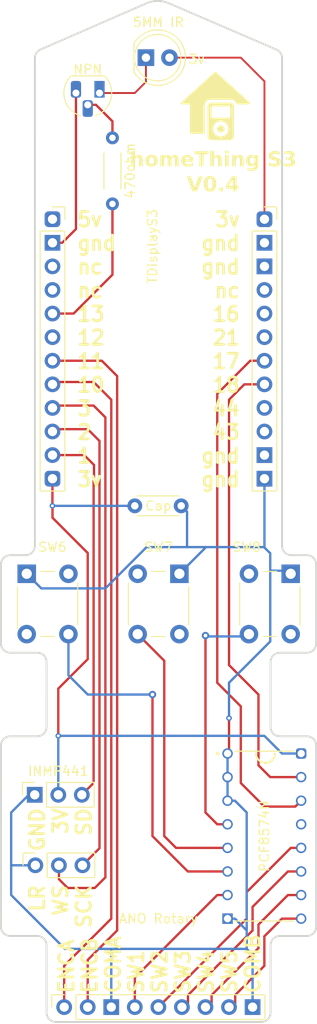
<source format=kicad_pcb>
(kicad_pcb (version 20221018) (generator pcbnew)
  (layers (0 "F.Cu" signal) (31 "B.Cu" signal) (34 "B.Paste" user) (35 "F.Paste" user) (36 "B.SilkS" user "B.Silkscreen") (37 "F.SilkS" user "F.Silkscreen") (38 "B.Mask" user) (39 "F.Mask" user) (44 "Edge.Cuts" user))
  (net 0 "")
  (net 1 "enca")
  (net 2 "ground")
  (net 3 "sw1")
  (net 4 "sw2")
  (net 5 "sw3")
  (net 6 "sw4")
  (net 7 "sw5")
  (net 8 "sw6")
  (net 9 "sw7")
  (net 10 "sw8")
  (net 11 "encb")
  (net 12 "3v")
  (net 13 "ground2")
  (net 14 "ws")
  (net 15 "sck")
  (net 16 "sd")
  (net 17 "irled")
  (net 18 "SDA")
  (net 19 "SCL")
  (net 20 "5v")
  (net 21 "3v2")
  (footprint "Resistor_THT:R_Axial_DIN0204_L3.6mm_D1.6mm_P5.08mm_Horizontal" (layer "F.Cu") (at 205.232 62.992 90)
    (fp_text reference "470ohm")
    (fp_text value "R_Axial_DIN0204_L3.6mm_D1.6mm_P5.08mm_Horizontal" hide)
  )
  (footprint "Connector_PinSocket_2.54mm:PinSocket_1x03_P2.54mm_Vertical" (layer "F.Cu") (at 196.917 135.225 90)
    (fp_text reference "INMP441 2" hide)
    (fp_text value "PinSocket_1x03_P2.54mm_Vertical" hide)
  )
  (footprint "Connector_PinSocket_2.54mm:PinSocket_1x09_P2.54mm_Vertical" (layer "F.Cu") (at 200.025 150.495 90)
    (fp_text reference "ANO Rotary")
    (fp_text value "PinSocket_1x09_P2.54mm_Vertical" hide)
  )
  (footprint "Button_Switch_THT:SW_PUSH_6mm_H9.5mm" (layer "F.Cu") (at 195.98602 110.335004 90)
    (fp_text reference "SW6")
    (fp_text value "SW_PUSH_6mm_H9.5mm" hide)
  )
  (footprint "Package_TO_SOT_THT:TO-92L_HandSolder" (layer "F.Cu") (at 203.835 52.07 180)
    (fp_text reference "NPN")
    (fp_text value "TO-92L_HandSolder" hide)
  )
  (footprint "PCF8574N:DIP794W45P254L1969H508Q16" (layer "F.Cu") (at 221.615 132.08)
    (fp_text reference "PCF8574N")
    (fp_text value "DIP794W45P254L1969H508Q16" hide)
  )
  (footprint "Button_Switch_THT:SW_PUSH_6mm_H9.5mm" (layer "F.Cu") (at 219.954436 110.336007 90)
    (fp_text reference "SW8")
    (fp_text value "SW_PUSH_6mm_H9.5mm" hide)
  )
  (footprint "Capacitor_THT:C_Disc_D4.3mm_W1.9mm_P5.00mm" (layer "F.Cu") (at 207.645 96.52)
    (fp_text reference "Cap")
    (fp_text value "C_Disc_D4.3mm_W1.9mm_P5.00mm" hide)
  )
  (footprint "LED_THT:LED_D5.0mm_Clear" (layer "F.Cu") (at 208.843066 48.26)
    (fp_text reference "5MM IR")
    (fp_text value "LED_D5.0mm_Clear" hide)
  )
  (footprint "Button_Switch_THT:SW_PUSH_6mm_H9.5mm" (layer "F.Cu") (at 207.954436 110.335525 90)
    (fp_text reference "SW7")
    (fp_text value "SW_PUSH_6mm_H9.5mm" hide)
  )
  (footprint "Connector_PinSocket_2.54mm:PinSocket_1x12_P2.54mm_Vertical" (layer "F.Cu") (at 198.765756 65.656891)
    (fp_text reference "TDisplayS3")
    (fp_text value "PinSocket_1x12_P2.54mm_Vertical" hide)
  )
  (footprint "Connector_PinSocket_2.54mm:PinSocket_1x12_P2.54mm_Vertical" (layer "F.Cu") (at 221.625756 65.657409)
    (fp_text reference "REF**" hide)
    (fp_text value "PinSocket_1x12_P2.54mm_Vertical" hide)
  )
  (footprint "Connector_PinSocket_2.54mm:PinSocket_1x03_P2.54mm_Vertical" (layer "F.Cu") (at 196.85 127.635 90)
    (fp_text reference "INMP441")
    (fp_text value "PinSocket_1x03_P2.54mm_Vertical" hide)
  )
  (gr_poly (pts (xy 216.344006 49.787104) (xy 216.34999 49.787499) (xy 216.355955 49.788162) (xy 216.361891 49.789094) (xy 216.367789 49.790294) (xy 216.373639 49.791763) (xy 216.379431 49.793499) (xy 216.385156 49.795504) (xy 216.390804 49.797777) (xy 216.396365 49.800319) (xy 216.40183 49.803129) (xy 216.407189 49.806207) (xy 216.412432 49.809554) (xy 216.41755 49.813169) (xy 216.422533 49.817053) (xy 216.427371 49.821204) (xy 220.031053 53.064267) (xy 220.031052 53.064276) (xy 220.039136 53.072137) (xy 220.046364 53.080361) (xy 220.052751 53.088909) (xy 220.058314 53.09774) (xy 220.063068 53.106814) (xy 220.067027 53.116091) (xy 220.070208 53.125531) (xy 220.072626 53.135093) (xy 220.074296 53.144738) (xy 220.075234 53.154424) (xy 220.075455 53.164112) (xy 220.074975 53.173762) (xy 220.073808 53.183334) (xy 220.071972 53.192786) (xy 220.06948 53.202079) (xy 220.066348 53.211173) (xy 220.062593 53.220028) (xy 220.058228 53.228603) (xy 220.05327 53.236857) (xy 220.047734 53.244752) (xy 220.041636 53.252246) (xy 220.034991 53.2593) (xy 220.027814 53.265872) (xy 220.020121 53.271924) (xy 220.011927 53.277414) (xy 220.003248 53.282303) (xy 219.994099 53.28655) (xy 219.984496 53.290115) (xy 219.974454 53.292957) (xy 219.963988 53.295038) (xy 219.953114 53.296315) (xy 219.941847 53.29675) (xy 218.930868 53.29675) (xy 218.930809 53.296501) (xy 218.93074 53.296215) (xy 218.930646 53.295843) (xy 218.714369 53.295843) (xy 218.709471 53.295753) (xy 218.704607 53.295485) (xy 218.699781 53.295042) (xy 218.694996 53.294426) (xy 218.690256 53.293641) (xy 218.685564 53.292687) (xy 218.680925 53.291568) (xy 218.676343 53.290287) (xy 218.67182 53.288846) (xy 218.667361 53.287247) (xy 218.662969 53.285494) (xy 218.658648 53.283588) (xy 218.654402 53.281532) (xy 218.650235 53.279329) (xy 218.64615 53.276981) (xy 218.64215 53.274492) (xy 218.63824 53.271862) (xy 218.634423 53.269096) (xy 218.630704 53.266195) (xy 218.627085 53.263162) (xy 218.62357 53.26) (xy 218.620164 53.256711) (xy 218.616869 53.253298) (xy 218.61369 53.249763) (xy 218.610631 53.246108) (xy 218.607694 53.242338) (xy 218.604884 53.238453) (xy 218.602204 53.234456) (xy 218.599659 53.230351) (xy 218.597251 53.226139) (xy 218.594985 53.221824) (xy 218.592864 53.217407) (xy 218.577188 53.184708) (xy 218.55926 53.150549) (xy 218.538993 53.115422) (xy 218.516298 53.07982) (xy 218.491086 53.044236) (xy 218.46327 53.009161) (xy 218.432761 52.975089) (xy 218.399471 52.942513) (xy 218.363311 52.911924) (xy 218.344127 52.897528) (xy 218.324193 52.883815) (xy 218.303497 52.870845) (xy 218.282029 52.858679) (xy 218.259777 52.84738) (xy 218.23673 52.837009) (xy 218.212877 52.827628) (xy 218.188208 52.819297) (xy 218.162711 52.812079) (xy 218.136375 52.806036) (xy 218.109189 52.801228) (xy 218.081143 52.797718) (xy 218.052224 52.795566) (xy 218.022422 52.794836) (xy 215.846225 52.794836) (xy 215.802921 52.795897) (xy 215.761117 52.799041) (xy 215.720804 52.80421) (xy 215.681975 52.811346) (xy 215.644622 52.82039) (xy 215.608735 52.831284) (xy 215.574307 52.843969) (xy 215.54133 52.858387) (xy 215.509795 52.87448) (xy 215.479695 52.892189) (xy 215.451021 52.911456) (xy 215.423764 52.932222) (xy 215.397917 52.954429) (xy 215.373471 52.97802) (xy 215.350419 53.002934) (xy 215.328752 53.029115) (xy 215.308461 53.056503) (xy 215.289539 53.085041) (xy 215.271977 53.114669) (xy 215.255768 53.14533) (xy 215.240902 53.176965) (xy 215.227372 53.209515) (xy 215.204287 53.27713) (xy 215.186445 53.347708) (xy 215.173783 53.42078) (xy 215.166234 53.495882) (xy 215.163732 53.572544) (xy 215.17954 56.321202) (xy 215.17941 56.328064) (xy 215.178939 56.334839) (xy 215.178134 56.341517) (xy 215.177003 56.34809) (xy 215.175556 56.354551) (xy 215.173799 56.360889) (xy 215.171743 56.367098) (xy 215.169394 56.373168) (xy 215.166762 56.379091) (xy 215.163854 56.384859) (xy 215.160679 56.390463) (xy 215.157246 56.395894) (xy 215.153562 56.401145) (xy 215.149636 56.406208) (xy 215.145476 56.411072) (xy 215.14109 56.415731) (xy 215.136488 56.420175) (xy 215.131676 56.424397) (xy 215.126665 56.428387) (xy 215.12146 56.432138) (xy 215.116073 56.43564) (xy 215.110509 56.438886) (xy 215.104778 56.441867) (xy 215.098889 56.444575) (xy 215.092849 56.447001) (xy 215.086666 56.449137) (xy 215.08035 56.450974) (xy 215.073908 56.452504) (xy 215.067349 56.453719) (xy 215.060681 56.45461) (xy 215.053912 56.455168) (xy 215.047051 56.455385) (xy 214.597004 56.458284) (xy 214.596999 56.457903) (xy 214.596996 56.457484) (xy 214.596995 56.456607) (xy 213.723839 56.457228) (xy 213.716974 56.457059) (xy 213.710198 56.456549) (xy 213.70352 56.455705) (xy 213.69695 56.454536) (xy 213.690494 56.45305) (xy 213.684162 56.451257) (xy 213.677963 56.449163) (xy 213.671903 56.446777) (xy 213.665992 56.444109) (xy 213.660239 56.441165) (xy 213.65465 56.437956) (xy 213.649236 56.434488) (xy 213.644004 56.430771) (xy 213.638963 56.426812) (xy 213.634121 56.422621) (xy 213.629486 56.418205) (xy 213.625067 56.413574) (xy 213.620873 56.408734) (xy 213.616911 56.403696) (xy 213.61319 56.398466) (xy 213.609719 56.393054) (xy 213.606505 56.387468) (xy 213.603558 56.381716) (xy 213.600885 56.375807) (xy 213.598495 56.369749) (xy 213.596397 56.363551) (xy 213.594599 56.35722) (xy 213.593108 56.350766) (xy 213.591935 56.344196) (xy 213.591086 56.337519) (xy 213.59057 56.330744) (xy 213.590397 56.323878) (xy 213.590397 53.43009) (xy 213.590223 53.423228) (xy 213.589708 53.416456) (xy 213.58886 53.409782) (xy 213.587688 53.403216) (xy 213.586199 53.396764) (xy 213.584402 53.390436) (xy 213.582305 53.38424) (xy 213.579918 53.378184) (xy 213.577247 53.372277) (xy 213.574302 53.366528) (xy 213.571091 53.360943) (xy 213.567623 53.355533) (xy 213.563905 53.350305) (xy 213.559946 53.345267) (xy 213.555755 53.340429) (xy 213.55134 53.335797) (xy 213.546709 53.331382) (xy 213.54187 53.327191) (xy 213.536833 53.323232) (xy 213.531604 53.319514) (xy 213.526194 53.316046) (xy 213.52061 53.312835) (xy 213.51486 53.30989) (xy 213.508953 53.30722) (xy 213.502897 53.304832) (xy 213.496701 53.302736) (xy 213.490373 53.300939) (xy 213.483922 53.29945) (xy 213.477355 53.298277) (xy 213.470681 53.297429) (xy 213.463909 53.296914) (xy 213.457047 53.296741) (xy 212.751375 53.296741) (xy 212.740122 53.296307) (xy 212.729261 53.295032) (xy 212.718806 53.292955) (xy 212.708774 53.290118) (xy 212.699179 53.28656) (xy 212.690037 53.282321) (xy 212.681363 53.277442) (xy 212.673174 53.271962) (xy 212.665484 53.265921) (xy 212.658308 53.25936) (xy 212.651663 53.252318) (xy 212.645564 53.244837) (xy 212.640025 53.236955) (xy 212.635064 53.228713) (xy 212.630694 53.22015) (xy 212.626931 53.211308) (xy 212.623792 53.202227) (xy 212.621291 53.192945) (xy 212.619443 53.183504) (xy 212.618265 53.173943) (xy 212.617771 53.164303) (xy 212.617977 53.154623) (xy 212.618899 53.144944) (xy 212.620552 53.135306) (xy 212.622951 53.125749) (xy 212.626111 53.116313) (xy 212.630049 53.107037) (xy 212.63478 53.097963) (xy 212.640319 53.08913) (xy 212.646681 53.080579) (xy 212.653882 53.072349) (xy 212.661938 53.06448) (xy 216.248738 49.821417) (xy 216.253566 49.817254) (xy 216.25854 49.813359) (xy 216.263649 49.809731) (xy 216.268884 49.806372) (xy 216.274235 49.803281) (xy 216.279693 49.800458) (xy 216.285248 49.797903) (xy 216.290891 49.795617) (xy 216.296611 49.793598) (xy 216.302399 49.791848) (xy 216.308245 49.790365) (xy 216.31414 49.789151) (xy 216.320074 49.788205) (xy 216.326037 49.787528) (xy 216.33202 49.787118) (xy 216.338013 49.786977)) (fill solid) (layer "F.SilkS"))
  (gr_poly (pts (xy 216.922223 55.531408) (xy 216.932256 55.531796) (xy 216.94226 55.532438) (xy 216.952229 55.533333) (xy 216.962161 55.534477) (xy 216.97205 55.535869) (xy 216.981894 55.537504) (xy 216.991687 55.539381) (xy 217.001426 55.541497) (xy 217.011107 55.543849) (xy 217.020725 55.546434) (xy 217.030277 55.549249) (xy 217.039758 55.552293) (xy 217.049165 55.555562) (xy 217.058493 55.559053) (xy 217.067738 55.562764) (xy 217.076886 55.566692) (xy 217.085921 55.570835) (xy 217.094839 55.575188) (xy 217.103637 55.579751) (xy 217.11231 55.58452) (xy 217.120854 55.589493) (xy 217.129265 55.594666) (xy 217.137539 55.600038) (xy 217.145672 55.605604) (xy 217.15366 55.611363) (xy 217.161498 55.617313) (xy 217.169184 55.623449) (xy 217.176712 55.62977) (xy 217.184078 55.636273) (xy 217.191279 55.642954) (xy 217.198311 55.649812) (xy 217.205332 55.657007) (xy 217.212156 55.66435) (xy 217.218782 55.671841) (xy 217.225209 55.679475) (xy 217.231435 55.68725) (xy 217.237459 55.695163) (xy 217.24328 55.703212) (xy 217.248896 55.711394) (xy 217.254305 55.719706) (xy 217.259507 55.728146) (xy 217.2645 55.736711) (xy 217.269283 55.745397) (xy 217.273854 55.754203) (xy 217.278212 55.763126) (xy 217.282356 55.772162) (xy 217.286284 55.78131) (xy 217.289985 55.790555) (xy 217.293447 55.799883) (xy 217.29667 55.80929) (xy 217.299654 55.818771) (xy 217.3024 55.828323) (xy 217.304906 55.837942) (xy 217.307174 55.847622) (xy 217.309204 55.857361) (xy 217.310994 55.867155) (xy 217.312546 55.876998) (xy 217.313859 55.886888) (xy 217.314934 55.896819) (xy 217.315769 55.906789) (xy 217.316366 55.916793) (xy 217.316724 55.926826) (xy 217.316844 55.936885) (xy 217.316724 55.946781) (xy 217.316366 55.956672) (xy 217.315769 55.966552) (xy 217.314934 55.976416) (xy 217.313859 55.986258) (xy 217.312546 55.996072) (xy 217.310995 56.005855) (xy 217.309204 56.015599) (xy 217.307175 56.0253) (xy 217.304907 56.034952) (xy 217.3024 56.044549) (xy 217.299654 56.054087) (xy 217.29667 56.06356) (xy 217.293447 56.072963) (xy 217.289985 56.082289) (xy 217.286284 56.091534) (xy 217.282356 56.100682) (xy 217.278212 56.109719) (xy 217.273854 56.118641) (xy 217.269283 56.127447) (xy 217.2645 56.136134) (xy 217.259507 56.144698) (xy 217.254305 56.153138) (xy 217.248895 56.16145) (xy 217.24328 56.169632) (xy 217.237459 56.177682) (xy 217.231435 56.185595) (xy 217.225209 56.19337) (xy 217.218782 56.201004) (xy 217.212156 56.208494) (xy 217.205332 56.215838) (xy 217.198311 56.223032) (xy 217.191279 56.22989) (xy 217.184078 56.236572) (xy 217.176712 56.243075) (xy 217.169184 56.249396) (xy 217.161498 56.255532) (xy 217.15366 56.261481) (xy 217.145672 56.26724) (xy 217.137539 56.272807) (xy 217.129265 56.278178) (xy 217.120854 56.283352) (xy 217.11231 56.288324) (xy 217.103637 56.293093) (xy 217.094839 56.297656) (xy 217.085921 56.30201) (xy 217.076886 56.306153) (xy 217.067738 56.310081) (xy 217.058493 56.313791) (xy 217.049165 56.317283) (xy 217.039758 56.320551) (xy 217.030277 56.323595) (xy 217.020725 56.326411) (xy 217.011107 56.328996) (xy 217.001426 56.331347) (xy 216.991687 56.333463) (xy 216.981894 56.33534) (xy 216.972051 56.336975) (xy 216.962161 56.338367) (xy 216.952229 56.339511) (xy 216.94226 56.340406) (xy 216.932256 56.341049) (xy 216.922223 56.341436) (xy 216.912164 56.341566) (xy 216.902267 56.341436) (xy 216.892377 56.341049) (xy 216.882497 56.340406) (xy 216.872633 56.339511) (xy 216.862791 56.338367) (xy 216.852977 56.336975) (xy 216.843194 56.33534) (xy 216.83345 56.333463) (xy 216.823749 56.331347) (xy 216.814097 56.328996) (xy 216.804499 56.326411) (xy 216.794961 56.323595) (xy 216.785488 56.320551) (xy 216.776086 56.317283) (xy 216.766759 56.313791) (xy 216.757514 56.310081) (xy 216.748367 56.306153) (xy 216.73933 56.30201) (xy 216.730407 56.297656) (xy 216.721601 56.293093) (xy 216.712915 56.288324) (xy 216.70435 56.283352) (xy 216.695911 56.278178) (xy 216.687598 56.272807) (xy 216.679416 56.26724) (xy 216.671367 56.261481) (xy 216.663454 56.255532) (xy 216.655679 56.249396) (xy 216.648045 56.243075) (xy 216.640555 56.236572) (xy 216.633211 56.22989) (xy 216.626017 56.223032) (xy 216.619148 56.215838) (xy 216.612437 56.208494) (xy 216.605889 56.201004) (xy 216.599509 56.19337) (xy 216.593302 56.185595) (xy 216.587275 56.177681) (xy 216.581432 56.169632) (xy 216.575779 56.16145) (xy 216.570321 56.153138) (xy 216.565064 56.144698) (xy 216.560013 56.136134) (xy 216.555174 56.127447) (xy 216.550552 56.118641) (xy 216.546153 56.109719) (xy 216.541981 56.100682) (xy 216.538043 56.091534) (xy 216.534342 56.082289) (xy 216.53088 56.072963) (xy 216.527657 56.06356) (xy 216.524673 56.054087) (xy 216.521927 56.044549) (xy 216.519421 56.034952) (xy 216.517152 56.0253) (xy 216.515123 56.015599) (xy 216.513333 56.005855) (xy 216.511781 55.996072) (xy 216.510468 55.986258) (xy 216.509393 55.976416) (xy 216.508558 55.966552) (xy 216.507961 55.956672) (xy 216.507603 55.946781) (xy 216.507483 55.936885) (xy 216.507603 55.926826) (xy 216.507961 55.916793) (xy 216.508558 55.906789) (xy 216.509393 55.896819) (xy 216.510468 55.886888) (xy 216.511781 55.876998) (xy 216.513332 55.867155) (xy 216.515123 55.857361) (xy 216.517152 55.847622) (xy 216.51942 55.837942) (xy 216.521927 55.828323) (xy 216.524673 55.818771) (xy 216.527657 55.80929) (xy 216.53088 55.799883) (xy 216.534342 55.790555) (xy 216.538043 55.78131) (xy 216.541981 55.772162) (xy 216.546153 55.763126) (xy 216.550552 55.754203) (xy 216.555174 55.745397) (xy 216.560014 55.736711) (xy 216.565064 55.728146) (xy 216.570321 55.719706) (xy 216.575779 55.711394) (xy 216.581432 55.703212) (xy 216.587275 55.695163) (xy 216.593302 55.687249) (xy 216.599509 55.679474) (xy 216.605889 55.67184) (xy 216.612437 55.66435) (xy 216.619148 55.657007) (xy 216.626017 55.649812) (xy 216.633211 55.642954) (xy 216.640555 55.636273) (xy 216.648045 55.62977) (xy 216.655679 55.623449) (xy 216.663454 55.617313) (xy 216.671367 55.611363) (xy 216.679416 55.605604) (xy 216.687598 55.600038) (xy 216.695911 55.594666) (xy 216.70435 55.589493) (xy 216.712915 55.58452) (xy 216.721601 55.579751) (xy 216.730407 55.575188) (xy 216.73933 55.570835) (xy 216.748367 55.566692) (xy 216.757514 55.562764) (xy 216.766759 55.559053) (xy 216.776086 55.555562) (xy 216.785488 55.552293) (xy 216.794961 55.549249) (xy 216.804499 55.546434) (xy 216.814097 55.543849) (xy 216.823749 55.541497) (xy 216.83345 55.539381) (xy 216.843194 55.537504) (xy 216.852977 55.535869) (xy 216.862791 55.534477) (xy 216.872633 55.533333) (xy 216.882497 55.532438) (xy 216.892377 55.531796) (xy 216.902267 55.531408) (xy 216.912164 55.531278)) (fill solid) (layer "F.SilkS"))
  (gr_poly (pts (xy 217.934223 53.102391) (xy 217.944114 53.102749) (xy 217.953994 53.103346) (xy 217.963857 53.104182) (xy 217.973699 53.105256) (xy 217.983514 53.106569) (xy 217.993296 53.108121) (xy 218.00304 53.109912) (xy 218.012741 53.111941) (xy 218.022393 53.114209) (xy 218.031991 53.116716) (xy 218.041529 53.119461) (xy 218.051002 53.122446) (xy 218.060404 53.125669) (xy 218.069731 53.129131) (xy 218.078976 53.132831) (xy 218.088124 53.13676) (xy 218.09716 53.140903) (xy 218.106083 53.145262) (xy 218.114889 53.149833) (xy 218.123576 53.154616) (xy 218.13214 53.159609) (xy 218.14058 53.164811) (xy 218.148892 53.17022) (xy 218.157074 53.175836) (xy 218.165123 53.181657) (xy 218.173037 53.187681) (xy 218.180812 53.193907) (xy 218.188446 53.200334) (xy 218.195936 53.20696) (xy 218.203279 53.213784) (xy 218.210474 53.220805) (xy 218.217495 53.227999) (xy 218.224319 53.235343) (xy 218.230945 53.242833) (xy 218.237372 53.250467) (xy 218.243598 53.258242) (xy 218.249623 53.266156) (xy 218.255443 53.274205) (xy 218.261059 53.282387) (xy 218.266468 53.290699) (xy 218.27167 53.299139) (xy 218.276663 53.307703) (xy 218.281446 53.31639) (xy 218.286017 53.325196) (xy 218.290376 53.334119) (xy 218.29452 53.343155) (xy 218.298448 53.352303) (xy 218.302148 53.361548) (xy 218.30561 53.370874) (xy 218.308833 53.380277) (xy 218.311817 53.38975) (xy 218.314563 53.399288) (xy 218.31707 53.408886) (xy 218.319338 53.418538) (xy 218.321367 53.428238) (xy 218.323158 53.437983) (xy 218.324709 53.447765) (xy 218.326023 53.45758) (xy 218.327097 53.467422) (xy 218.327932 53.477285) (xy 218.328529 53.487165) (xy 218.328887 53.497056) (xy 218.329007 53.506952) (xy 218.329007 56.74532) (xy 218.328887 56.755379) (xy 218.328529 56.765412) (xy 218.327932 56.775416) (xy 218.327097 56.785386) (xy 218.326023 56.795317) (xy 218.324709 56.805207) (xy 218.323158 56.81505) (xy 218.321367 56.824844) (xy 218.319338 56.834583) (xy 218.31707 56.844263) (xy 218.314563 56.853882) (xy 218.311817 56.863433) (xy 218.308833 56.872915) (xy 218.30561 56.882321) (xy 218.302148 56.891649) (xy 218.298448 56.900895) (xy 218.29452 56.910042) (xy 218.290376 56.919077) (xy 218.286017 56.927996) (xy 218.281446 56.936793) (xy 218.276663 56.945466) (xy 218.27167 56.95401) (xy 218.266468 56.962421) (xy 218.261059 56.970695) (xy 218.255443 56.978828) (xy 218.249623 56.986816) (xy 218.243598 56.994654) (xy 218.237372 57.002339) (xy 218.230945 57.009867) (xy 218.224319 57.017234) (xy 218.217495 57.024435) (xy 218.210474 57.031466) (xy 218.203279 57.038487) (xy 218.195936 57.045312) (xy 218.188445 57.051938) (xy 218.180811 57.058365) (xy 218.173036 57.064591) (xy 218.165123 57.070615) (xy 218.157074 57.076436) (xy 218.148892 57.082051) (xy 218.14058 57.087461) (xy 218.13214 57.092663) (xy 218.123575 57.097656) (xy 218.114889 57.102439) (xy 218.106083 57.10701) (xy 218.09716 57.111368) (xy 218.088124 57.115512) (xy 218.078976 57.119441) (xy 218.069731 57.123141) (xy 218.060404 57.126603) (xy 218.051002 57.129826) (xy 218.041529 57.13281) (xy 218.031991 57.135556) (xy 218.022393 57.138063) (xy 218.012741 57.140331) (xy 218.00304 57.14236) (xy 217.993296 57.144151) (xy 217.983514 57.145702) (xy 217.973699 57.147016) (xy 217.963857 57.14809) (xy 217.953994 57.148926) (xy 217.944114 57.149522) (xy 217.934223 57.149881) (xy 217.924327 57.15) (xy 215.9 57.15) (xy 215.890104 57.149881) (xy 215.880213 57.149522) (xy 215.870333 57.148926) (xy 215.860469 57.14809) (xy 215.850627 57.147016) (xy 215.840813 57.145702) (xy 215.83103 57.144151) (xy 215.821286 57.14236) (xy 215.811585 57.140331) (xy 215.801933 57.138063) (xy 215.792335 57.135556) (xy 215.782797 57.13281) (xy 215.773324 57.129826) (xy 215.763922 57.126603) (xy 215.754596 57.123141) (xy 215.745351 57.119441) (xy 215.736203 57.115512) (xy 215.727166 57.111368) (xy 215.718243 57.10701) (xy 215.709437 57.102439) (xy 215.700751 57.097656) (xy 215.692186 57.092663) (xy 215.683746 57.087461) (xy 215.675434 57.082051) (xy 215.667252 57.076436) (xy 215.659203 57.070615) (xy 215.65129 57.064591) (xy 215.643515 57.058365) (xy 215.635881 57.051938) (xy 215.628391 57.045312) (xy 215.621047 57.038487) (xy 215.613852 57.031466) (xy 215.606831 57.024435) (xy 215.600007 57.017234) (xy 215.593381 57.009867) (xy 215.586954 57.002339) (xy 215.580728 56.994654) (xy 215.574704 56.986816) (xy 215.568883 56.978828) (xy 215.563267 56.970695) (xy 215.557858 56.962421) (xy 215.552656 56.95401) (xy 215.547663 56.945466) (xy 215.54288 56.936793) (xy 215.538309 56.927996) (xy 215.533951 56.919077) (xy 215.529807 56.910042) (xy 215.525878 56.900895) (xy 215.522178 56.891649) (xy 215.518716 56.882321) (xy 215.515493 56.872915) (xy 215.512509 56.863433) (xy 215.509763 56.853882) (xy 215.507257 56.844263) (xy 215.504989 56.834583) (xy 215.502959 56.824844) (xy 215.501169 56.81505) (xy 215.499617 56.805207) (xy 215.498304 56.795317) (xy 215.497229 56.785386) (xy 215.496394 56.775416) (xy 215.495797 56.765412) (xy 215.495439 56.755379) (xy 215.495319 56.74532) (xy 215.495319 55.936885) (xy 216.102803 55.936885) (xy 216.103052 55.956678) (xy 216.103798 55.976459) (xy 216.105037 55.996219) (xy 216.106768 56.015946) (xy 216.108986 56.03563) (xy 216.111691 56.05526) (xy 216.114878 56.074824) (xy 216.118546 56.094312) (xy 216.122691 56.113714) (xy 216.127311 56.133018) (xy 216.132403 56.152214) (xy 216.137964 56.17129) (xy 216.143992 56.190236) (xy 216.150483 56.20904) (xy 216.157436 56.227693) (xy 216.164848 56.246183) (xy 216.172552 56.264489) (xy 216.180724 56.28259) (xy 216.189359 56.300477) (xy 216.198446 56.31814) (xy 216.207978 56.335569) (xy 216.217947 56.352756) (xy 216.228344 56.36969) (xy 216.239163 56.386363) (xy 216.250393 56.402764) (xy 216.262028 56.418885) (xy 216.274059 56.434715) (xy 216.286477 56.450245) (xy 216.299276 56.465466) (xy 216.312446 56.480369) (xy 216.32598 56.494943) (xy 216.33987 56.509179) (xy 216.354106 56.523058) (xy 216.36868 56.536565) (xy 216.383582 56.549693) (xy 216.398803 56.562441) (xy 216.414334 56.574804) (xy 216.430164 56.586777) (xy 216.446285 56.598357) (xy 216.462686 56.609539) (xy 216.479358 56.62032) (xy 216.496293 56.630695) (xy 216.51348 56.640661) (xy 216.530909 56.650213) (xy 216.548572 56.659347) (xy 216.566459 56.668059) (xy 216.58456 56.676345) (xy 216.602865 56.684201) (xy 216.621345 56.691613) (xy 216.63997 56.698566) (xy 216.658734 56.705058) (xy 216.677629 56.711086) (xy 216.696649 56.716647) (xy 216.715786 56.721739) (xy 216.735035 56.726359) (xy 216.754389 56.730504) (xy 216.77384 56.734171) (xy 216.793382 56.737359) (xy 216.813008 56.740063) (xy 216.832712 56.742282) (xy 216.852486 56.744012) (xy 216.872324 56.745252) (xy 216.892218 56.745997) (xy 216.912163 56.746246) (xy 216.932119 56.745997) (xy 216.952043 56.745252) (xy 216.971926 56.744012) (xy 216.99176 56.742282) (xy 217.011533 56.740063) (xy 217.031238 56.737359) (xy 217.050863 56.734171) (xy 217.070401 56.730504) (xy 217.089841 56.726359) (xy 217.109173 56.721739) (xy 217.128389 56.716647) (xy 217.147479 56.711086) (xy 217.166433 56.705058) (xy 217.185242 56.698566) (xy 217.203897 56.691613) (xy 217.222387 56.684201) (xy 217.240682 56.676345) (xy 217.258754 56.668059) (xy 217.276595 56.659347) (xy 217.294199 56.650213) (xy 217.311558 56.640661) (xy 217.328667 56.630695) (xy 217.345517 56.62032) (xy 217.362104 56.609539) (xy 217.378419 56.598357) (xy 217.394455 56.586777) (xy 217.410207 56.574804) (xy 217.425668 56.562441) (xy 217.44083 56.549693) (xy 217.455686 56.536564) (xy 217.470231 56.523058) (xy 217.484457 56.509179) (xy 217.498499 56.494943) (xy 217.512148 56.480369) (xy 217.525401 56.465466) (xy 217.538254 56.450245) (xy 217.550707 56.434715) (xy 217.562755 56.418884) (xy 217.574396 56.402764) (xy 217.585627 56.386363) (xy 217.596446 56.36969) (xy 217.60685 56.352756) (xy 217.616836 56.335569) (xy 217.626402 56.318139) (xy 217.635544 56.300477) (xy 217.644261 56.28259) (xy 217.652549 56.264489) (xy 217.660405 56.246183) (xy 217.667817 56.227693) (xy 217.67477 56.20904) (xy 217.681261 56.190235) (xy 217.687289 56.171289) (xy 217.69285 56.152213) (xy 217.697942 56.133018) (xy 217.702562 56.113714) (xy 217.706707 56.094312) (xy 217.710375 56.074824) (xy 217.713562 56.055259) (xy 217.716266 56.03563) (xy 217.718485 56.015946) (xy 217.720216 55.996219) (xy 217.721455 55.976459) (xy 217.722201 55.956678) (xy 217.72245 55.936885) (xy 217.722201 55.91693) (xy 217.721455 55.897006) (xy 217.720216 55.877122) (xy 217.718485 55.857289) (xy 217.716266 55.837516) (xy 217.713562 55.817811) (xy 217.710375 55.798185) (xy 217.706707 55.778648) (xy 217.702562 55.759208) (xy 217.697942 55.739875) (xy 217.69285 55.720659) (xy 217.687289 55.701569) (xy 217.681261 55.682615) (xy 217.67477 55.663806) (xy 217.667817 55.645152) (xy 217.660405 55.626661) (xy 217.652549 55.608366) (xy 217.644261 55.590292) (xy 217.635544 55.572447) (xy 217.626402 55.554835) (xy 217.616836 55.537462) (xy 217.60685 55.520333) (xy 217.596446 55.503453) (xy 217.585627 55.486829) (xy 217.574396 55.470465) (xy 217.562755 55.454367) (xy 217.550707 55.43854) (xy 217.538254 55.42299) (xy 217.525401 55.407722) (xy 217.512148 55.392742) (xy 217.498499 55.378054) (xy 217.484457 55.363665) (xy 217.470231 55.349786) (xy 217.455686 55.33628) (xy 217.44083 55.323151) (xy 217.425668 55.310403) (xy 217.410208 55.298041) (xy 217.394456 55.286067) (xy 217.378419 55.274488) (xy 217.362104 55.263305) (xy 217.345518 55.252524) (xy 217.328667 55.242149) (xy 217.311558 55.232184) (xy 217.294199 55.222632) (xy 217.276595 55.213498) (xy 217.258754 55.204785) (xy 217.240683 55.196499) (xy 217.222387 55.188643) (xy 217.203897 55.181231) (xy 217.185242 55.174278) (xy 217.166433 55.167787) (xy 217.147479 55.161759) (xy 217.128389 55.156197) (xy 217.109173 55.151106) (xy 217.08984 55.146486) (xy 217.070401 55.142341) (xy 217.050863 55.138673) (xy 217.031237 55.135486) (xy 217.011533 55.132782) (xy 216.99176 55.130563) (xy 216.971926 55.128832) (xy 216.952043 55.127593) (xy 216.932119 55.126847) (xy 216.912163 55.126598) (xy 216.892218 55.126847) (xy 216.872324 55.127593) (xy 216.852486 55.128832) (xy 216.832712 55.130563) (xy 216.813008 55.132782) (xy 216.793382 55.135486) (xy 216.77384 55.138673) (xy 216.754389 55.142341) (xy 216.735035 55.146486) (xy 216.715786 55.151106) (xy 216.696649 55.156197) (xy 216.677629 55.161759) (xy 216.658734 55.167787) (xy 216.63997 55.174278) (xy 216.621345 55.181231) (xy 216.602865 55.188643) (xy 216.58456 55.196499) (xy 216.566459 55.204785) (xy 216.548572 55.213498) (xy 216.530909 55.222632) (xy 216.51348 55.232184) (xy 216.496293 55.242149) (xy 216.479358 55.252525) (xy 216.462686 55.263305) (xy 216.446285 55.274488) (xy 216.430164 55.286068) (xy 216.414334 55.298041) (xy 216.398803 55.310403) (xy 216.383582 55.323151) (xy 216.36868 55.33628) (xy 216.354106 55.349786) (xy 216.33987 55.363665) (xy 216.32598 55.378054) (xy 216.312446 55.392742) (xy 216.299276 55.407722) (xy 216.286477 55.42299) (xy 216.274059 55.43854) (xy 216.262028 55.454367) (xy 216.250393 55.470465) (xy 216.239163 55.486829) (xy 216.228344 55.503454) (xy 216.217947 55.520333) (xy 216.207978 55.537462) (xy 216.198446 55.554835) (xy 216.189359 55.572447) (xy 216.180724 55.590293) (xy 216.172552 55.608366) (xy 216.164848 55.626661) (xy 216.157436 55.645152) (xy 216.150483 55.663806) (xy 216.143992 55.682615) (xy 216.137964 55.701569) (xy 216.132402 55.720659) (xy 216.127311 55.739875) (xy 216.122691 55.759208) (xy 216.118546 55.778648) (xy 216.114878 55.798185) (xy 216.111691 55.817811) (xy 216.108986 55.837515) (xy 216.106768 55.857289) (xy 216.105037 55.877122) (xy 216.103798 55.897006) (xy 216.103052 55.91693) (xy 216.102803 55.936885) (xy 215.495319 55.936885) (xy 215.495319 54.588568) (xy 215.9 54.588568) (xy 215.900173 54.595431) (xy 215.900688 54.602203) (xy 215.901536 54.608876) (xy 215.902709 54.615443) (xy 215.904198 54.621895) (xy 215.905995 54.628223) (xy 215.908091 54.634419) (xy 215.910479 54.640474) (xy 215.913149 54.646381) (xy 215.916094 54.652131) (xy 215.919305 54.657715) (xy 215.922774 54.663126) (xy 215.926491 54.668354) (xy 215.93045 54.673392) (xy 215.934641 54.67823) (xy 215.939057 54.682861) (xy 215.943688 54.687277) (xy 215.948526 54.691468) (xy 215.953564 54.695427) (xy 215.958792 54.699144) (xy 215.964202 54.702613) (xy 215.969787 54.705824) (xy 215.975536 54.708769) (xy 215.981443 54.711439) (xy 215.987499 54.713827) (xy 215.993695 54.715923) (xy 216.000023 54.71772) (xy 216.006475 54.719209) (xy 216.013042 54.720382) (xy 216.019715 54.72123) (xy 216.026487 54.721745) (xy 216.03335 54.721918) (xy 217.790976 54.721918) (xy 217.797839 54.721745) (xy 217.804611 54.72123) (xy 217.811284 54.720382) (xy 217.817851 54.719209) (xy 217.824303 54.71772) (xy 217.830631 54.715923) (xy 217.836827 54.713827) (xy 217.842883 54.711439) (xy 217.84879 54.708769) (xy 217.854539 54.705824) (xy 217.860124 54.702613) (xy 217.865534 54.699144) (xy 217.870762 54.695427) (xy 217.8758 54.691468) (xy 217.880638 54.687277) (xy 217.88527 54.682861) (xy 217.889685 54.67823) (xy 217.893876 54.673392) (xy 217.897835 54.668354) (xy 217.901553 54.663126) (xy 217.905021 54.657715) (xy 217.908232 54.652131) (xy 217.911177 54.646381) (xy 217.913847 54.640474) (xy 217.916235 54.634419) (xy 217.918332 54.628223) (xy 217.920129 54.621895) (xy 217.921618 54.615443) (xy 217.92279 54.608876) (xy 217.923638 54.602203) (xy 217.924153 54.595431) (xy 217.924327 54.588568) (xy 217.924327 53.640302) (xy 217.924153 53.633439) (xy 217.923638 53.626667) (xy 217.92279 53.619994) (xy 217.921618 53.613427) (xy 217.920129 53.606975) (xy 217.918332 53.600647) (xy 217.916235 53.594451) (xy 217.913847 53.588395) (xy 217.911177 53.582489) (xy 217.908232 53.576739) (xy 217.905021 53.571154) (xy 217.901553 53.565744) (xy 217.897835 53.560516) (xy 217.893876 53.555478) (xy 217.889685 53.55064) (xy 217.88527 53.546009) (xy 217.880638 53.541593) (xy 217.8758 53.537402) (xy 217.870762 53.533443) (xy 217.865534 53.529726) (xy 217.860124 53.526257) (xy 217.854539 53.523046) (xy 217.84879 53.520101) (xy 217.842883 53.517431) (xy 217.836827 53.515043) (xy 217.830631 53.512947) (xy 217.824303 53.51115) (xy 217.817851 53.509661) (xy 217.811284 53.508488) (xy 217.804611 53.50764) (xy 217.797839 53.507125) (xy 217.790976 53.506952) (xy 216.03335 53.506952) (xy 216.026487 53.507125) (xy 216.019715 53.50764) (xy 216.013042 53.508488) (xy 216.006475 53.509661) (xy 216.000023 53.51115) (xy 215.993695 53.512947) (xy 215.987499 53.515043) (xy 215.981443 53.517431) (xy 215.975536 53.520101) (xy 215.969787 53.523046) (xy 215.964202 53.526257) (xy 215.958792 53.529726) (xy 215.953564 53.533443) (xy 215.948526 53.537402) (xy 215.943688 53.541593) (xy 215.939057 53.546009) (xy 215.934641 53.55064) (xy 215.93045 53.555478) (xy 215.926491 53.560516) (xy 215.922774 53.565744) (xy 215.919305 53.571154) (xy 215.916094 53.576739) (xy 215.913149 53.582489) (xy 215.910479 53.588395) (xy 215.908091 53.594451) (xy 215.905995 53.600647) (xy 215.904198 53.606975) (xy 215.902709 53.613427) (xy 215.901536 53.619994) (xy 215.900688 53.626667) (xy 215.900173 53.633439) (xy 215.9 53.640302) (xy 215.9 54.588568) (xy 215.495319 54.588568) (xy 215.495319 53.506952) (xy 215.495439 53.497056) (xy 215.495797 53.487165) (xy 215.496394 53.477285) (xy 215.497229 53.467422) (xy 215.498304 53.45758) (xy 215.499617 53.447765) (xy 215.501169 53.437983) (xy 215.502959 53.428239) (xy 215.504988 53.418538) (xy 215.507256 53.408886) (xy 215.509763 53.399288) (xy 215.512509 53.38975) (xy 215.515493 53.380277) (xy 215.518716 53.370875) (xy 215.522178 53.361548) (xy 215.525878 53.352303) (xy 215.529807 53.343155) (xy 215.533951 53.334119) (xy 215.538309 53.325196) (xy 215.54288 53.31639) (xy 215.547663 53.307703) (xy 215.552656 53.299139) (xy 215.557858 53.290699) (xy 215.563268 53.282387) (xy 215.568883 53.274205) (xy 215.574704 53.266156) (xy 215.580728 53.258243) (xy 215.586954 53.250468) (xy 215.593381 53.242834) (xy 215.600007 53.235343) (xy 215.606831 53.228) (xy 215.613852 53.220805) (xy 215.621047 53.213784) (xy 215.628391 53.20696) (xy 215.635881 53.200334) (xy 215.643515 53.193907) (xy 215.65129 53.18768) (xy 215.659203 53.181656) (xy 215.667252 53.175836) (xy 215.675434 53.17022) (xy 215.683746 53.164811) (xy 215.692186 53.159609) (xy 215.700751 53.154616) (xy 215.709437 53.149833) (xy 215.718243 53.145262) (xy 215.727166 53.140903) (xy 215.736203 53.13676) (xy 215.745351 53.132831) (xy 215.754596 53.129131) (xy 215.763922 53.125669) (xy 215.773324 53.122446) (xy 215.782797 53.119462) (xy 215.792335 53.116716) (xy 215.801933 53.114209) (xy 215.811585 53.111941) (xy 215.821286 53.109912) (xy 215.83103 53.108121) (xy 215.840813 53.106569) (xy 215.850627 53.105256) (xy 215.860469 53.104182) (xy 215.870333 53.103346) (xy 215.880213 53.10275) (xy 215.890104 53.102391) (xy 215.9 53.102272) (xy 217.924327 53.102272)) (fill solid) (layer "F.SilkS"))
  (gr_arc (start 222.758 123.19) (mid 221.742 124.206) (end 220.726 123.19) (stroke (width 0.2)) (layer "F.SilkS"))
  (gr_arc (start 199.123742 152.095008) (mid 198.416656 151.802081) (end 198.123782 151.094968) (stroke (width 0.2)) (layer "Edge.Cuts"))
  (gr_line (start 221.283174 152.095898) (end 199.123742 152.095008) (stroke (width 0.2)) (layer "Edge.Cuts"))
  (gr_arc (start 196.865734 48.308218) (mid 197.029233 47.760245) (end 197.466287 47.391486) (stroke (width 0.2)) (layer "Edge.Cuts"))
  (gr_line (start 223.525784 64.507474) (end 223.525031 95.497455) (stroke (width 0.2)) (layer "Edge.Cuts"))
  (gr_line (start 223.525031 95.497455) (end 223.524817 100.835798) (stroke (width 0.2)) (layer "Edge.Cuts"))
  (gr_arc (start 224.524777 101.835839) (mid 223.817657 101.542926) (end 223.524817 100.835798) (stroke (width 0.2)) (layer "Edge.Cuts"))
  (gr_line (start 198.125208 115.574906) (end 198.125069 113.334803) (stroke (width 0.2)) (layer "Edge.Cuts"))
  (gr_line (start 224.524777 101.835839) (end 226.205005 101.835906) (stroke (width 0.2)) (layer "Edge.Cuts"))
  (gr_line (start 227.204964 102.835946) (end 227.20462 111.335971) (stroke (width 0.2)) (layer "Edge.Cuts"))
  (gr_line (start 197.466287 47.391486) (end 208.914726 42.403203) (stroke (width 0.2)) (layer "Edge.Cuts"))
  (gr_arc (start 227.20462 111.335971) (mid 226.911688 112.043053) (end 226.204579 112.33593) (stroke (width 0.2)) (layer "Edge.Cuts"))
  (gr_arc (start 208.914726 42.403203) (mid 210.105667 42.15347) (end 211.297821 42.397323) (stroke (width 0.2)) (layer "Edge.Cuts"))
  (gr_arc (start 222.28473 113.335773) (mid 222.577649 112.62868) (end 223.28477 112.335813) (stroke (width 0.2)) (layer "Edge.Cuts"))
  (gr_arc (start 197.125006 112.334865) (mid 197.832164 112.627701) (end 198.125069 113.334803) (stroke (width 0.2)) (layer "Edge.Cuts"))
  (gr_line (start 198.125017 120.335127) (end 198.125208 115.574906) (stroke (width 0.2)) (layer "Edge.Cuts"))
  (gr_line (start 193.205135 111.335109) (end 193.204606 102.835084) (stroke (width 0.2)) (layer "Edge.Cuts"))
  (gr_arc (start 222.921095 47.393691) (mid 223.361331 47.762377) (end 223.526177 48.312432) (stroke (width 0.2)) (layer "Edge.Cuts"))
  (gr_line (start 197.124113 142.835087) (end 194.204304 142.83497) (stroke (width 0.2)) (layer "Edge.Cuts"))
  (gr_line (start 211.297821 42.397323) (end 222.921095 47.393691) (stroke (width 0.2)) (layer "Edge.Cuts"))
  (gr_arc (start 197.124113 142.835087) (mid 197.83123 143.127998) (end 198.124073 143.835127) (stroke (width 0.2)) (layer "Edge.Cuts"))
  (gr_line (start 194.204544 101.835022) (end 195.864982 101.834919) (stroke (width 0.2)) (layer "Edge.Cuts"))
  (gr_arc (start 196.86492 100.834857) (mid 196.572065 101.541977) (end 195.864982 101.834919) (stroke (width 0.2)) (layer "Edge.Cuts"))
  (gr_line (start 223.526177 48.312432) (end 223.525784 64.507474) (stroke (width 0.2)) (layer "Edge.Cuts"))
  (gr_arc (start 222.283505 143.836097) (mid 222.576414 143.12898) (end 223.283545 142.836137) (stroke (width 0.2)) (layer "Edge.Cuts"))
  (gr_line (start 196.86492 100.834857) (end 196.864588 95.496808) (stroke (width 0.2)) (layer "Edge.Cuts"))
  (gr_line (start 193.204344 141.83493) (end 193.205127 122.33493) (stroke (width 0.2)) (layer "Edge.Cuts"))
  (gr_arc (start 193.204606 102.835084) (mid 193.497448 102.127947) (end 194.204544 101.835022) (stroke (width 0.2)) (layer "Edge.Cuts"))
  (gr_arc (start 194.204304 142.83497) (mid 193.497191 142.542062) (end 193.204344 141.83493) (stroke (width 0.2)) (layer "Edge.Cuts"))
  (gr_arc (start 193.205127 122.33493) (mid 193.498061 121.627864) (end 194.205167 121.33497) (stroke (width 0.2)) (layer "Edge.Cuts"))
  (gr_arc (start 226.205005 101.835906) (mid 226.912121 102.128815) (end 227.204964 102.835946) (stroke (width 0.2)) (layer "Edge.Cuts"))
  (gr_line (start 196.864588 95.496808) (end 196.865734 48.308218) (stroke (width 0.2)) (layer "Edge.Cuts"))
  (gr_arc (start 226.204218 121.336254) (mid 226.911344 121.629165) (end 227.204178 122.336294) (stroke (width 0.2)) (layer "Edge.Cuts"))
  (gr_line (start 222.283505 143.836097) (end 222.283214 151.095938) (stroke (width 0.2)) (layer "Edge.Cuts"))
  (gr_arc (start 194.205197 112.335047) (mid 193.498033 112.042213) (end 193.205135 111.335109) (stroke (width 0.2)) (layer "Edge.Cuts"))
  (gr_arc (start 222.283214 151.095938) (mid 221.990294 151.803039) (end 221.283174 152.095898) (stroke (width 0.2)) (layer "Edge.Cuts"))
  (gr_line (start 223.284408 121.336137) (end 226.204218 121.336254) (stroke (width 0.2)) (layer "Edge.Cuts"))
  (gr_arc (start 227.203395 141.836294) (mid 226.910489 142.543417) (end 226.203355 142.836254) (stroke (width 0.2)) (layer "Edge.Cuts"))
  (gr_arc (start 198.125017 120.335127) (mid 197.832101 121.042236) (end 197.124977 121.335087) (stroke (width 0.2)) (layer "Edge.Cuts"))
  (gr_line (start 197.125006 112.334865) (end 194.205197 112.335047) (stroke (width 0.2)) (layer "Edge.Cuts"))
  (gr_line (start 198.123782 151.094968) (end 198.124073 143.835127) (stroke (width 0.2)) (layer "Edge.Cuts"))
  (gr_line (start 222.28473 113.335773) (end 222.284449 120.336097) (stroke (width 0.2)) (layer "Edge.Cuts"))
  (gr_line (start 194.205167 121.33497) (end 197.124977 121.335087) (stroke (width 0.2)) (layer "Edge.Cuts"))
  (gr_line (start 227.204178 122.336294) (end 227.203395 141.836294) (stroke (width 0.2)) (layer "Edge.Cuts"))
  (gr_line (start 226.204579 112.33593) (end 223.28477 112.335813) (stroke (width 0.2)) (layer "Edge.Cuts"))
  (gr_line (start 226.203355 142.836254) (end 223.283545 142.836137) (stroke (width 0.2)) (layer "Edge.Cuts"))
  (gr_arc (start 223.284408 121.336137) (mid 222.577269 121.043235) (end 222.284449 120.336097) (stroke (width 0.2)) (layer "Edge.Cuts"))
  (gr_text "ENCA\nENCB\nCOMA\nSW1\nSW2\nSW3\nSW4\nSW5\nCOMB" (at 199.36 149.165 90) (layer "F.SilkS") (effects (font (size 1.56 1.5) (thickness 0.3) bold) (justify left top)))
  (gr_text "3v\ngnd\ngnd\nnc\n16\n21\n17\n18\n44\n43\ngnd\ngnd" (at 219.122003 64.77) (layer "F.SilkS") (effects (font (size 1.58 1.5) (thickness 0.3) bold) (justify right top)))
  (gr_text "3v" (at 213.36 49.022) (layer "F.SilkS") (effects (font (size 1 1)) (justify left bottom)))
  (gr_text "GND\n3V\nSD" (at 196.215 128.905 90) (layer "F.SilkS") (effects (font (size 1.56 1.5) (thickness 0.3) bold) (justify right top)))
  (gr_text "5v\ngnd\nnc\nnc\n13\n12\n11\n10\n3\n2\n1\n3v" (at 201.295 64.77) (layer "F.SilkS") (effects (font (size 1.58 1.5) (thickness 0.3) bold) (justify left top)))
  (gr_text "homeThing S3\nV0.4" (at 216.093632 58.372616) (layer "F.SilkS") (effects (font (size 1.6 1.6) (thickness 0.3) bold) (justify top)))
  (gr_text "LR\nWS\nSCK" (at 196.215 137.16 90) (layer "F.SilkS") (effects (font (size 1.56 1.56) (thickness 0.3) bold) (justify right top)))
  (segment (start 200.025 150.495) (end 200.025 146.05) (width 0.25) (layer "F.Cu") (net 1))
  (segment (start 205.105 140.97) (end 205.105 85.09) (width 0.25) (layer "F.Cu") (net 1))
  (segment (start 203.2 83.185) (end 199.017647 83.185) (width 0.25) (layer "F.Cu") (net 1))
  (segment (start 199.017647 83.185) (end 198.765756 83.436891) (width 0.25) (layer "F.Cu") (net 1))
  (segment (start 205.105 85.09) (end 203.2 83.185) (width 0.25) (layer "F.Cu") (net 1))
  (segment (start 200.025 146.05) (end 205.105 140.97) (width 0.25) (layer "F.Cu") (net 1))
  (segment (start 217.805 123.03) (end 217.645 123.19) (width 0.25) (layer "F.Cu") (net 2))
  (segment (start 217.805 119.38) (end 217.805 123.03) (width 0.25) (layer "F.Cu") (net 2))
  (via (at 217.805 119.38) (size 0.6) (drill 0.3) (layers "F.Cu" "B.Cu") (net 2))
  (segment (start 219.63 144.225) (end 212.09 144.225) (width 0.25) (layer "B.Cu") (net 2))
  (segment (start 205.105 144.225) (end 205.105 149.806718) (width 0.25) (layer "B.Cu") (net 2))
  (segment (start 217.805 115.57) (end 217.805 119.38) (width 0.25) (layer "B.Cu") (net 2))
  (segment (start 219.71 144.225) (end 220.345 144.86) (width 0.25) (layer "B.Cu") (net 2))
  (segment (start 220.345 149.773718) (end 221.01709 150.445808) (width 0.25) (layer "B.Cu") (net 2))
  (segment (start 208.915 100.965) (end 204.47 105.41) (width 0.25) (layer "B.Cu") (net 2))
  (segment (start 221.583428 100.965) (end 215.324961 100.965) (width 0.25) (layer "B.Cu") (net 2))
  (segment (start 194.31 135.255) (end 194.31 129.54) (width 0.25) (layer "B.Cu") (net 2))
  (segment (start 222.25 101.631572) (end 222.25 103.505) (width 0.25) (layer "B.Cu") (net 2))
  (segment (start 215.324961 100.965) (end 212.454436 103.835525) (width 0.25) (layer "B.Cu") (net 2))
  (segment (start 223.52 103.505) (end 222.25 103.505) (width 0.25) (layer "B.Cu") (net 2))
  (segment (start 218.44 128.27) (end 217.645 128.27) (width 0.25) (layer "B.Cu") (net 2))
  (segment (start 205.105 149.806718) (end 205.74409 150.445808) (width 0.25) (layer "B.Cu") (net 2))
  (segment (start 197.561016 105.41) (end 195.98602 103.835004) (width 0.25) (layer "B.Cu") (net 2))
  (segment (start 224.454436 103.836007) (end 223.851007 103.836007) (width 0.25) (layer "B.Cu") (net 2))
  (segment (start 220.345 144.86) (end 220.345 149.773718) (width 0.25) (layer "B.Cu") (net 2))
  (segment (start 194.31 129.54) (end 196.215 127.635) (width 0.25) (layer "B.Cu") (net 2))
  (segment (start 219.63 144.225) (end 219.71 144.145) (width 0.25) (layer "B.Cu") (net 2))
  (segment (start 194.31 138.43) (end 194.31 135.255) (width 0.25) (layer "B.Cu") (net 2))
  (segment (start 213.28 97.155) (end 213.28 100.885) (width 0.25) (layer "B.Cu") (net 2))
  (segment (start 222.25 103.505) (end 222.25 111.125) (width 0.25) (layer "B.Cu") (net 2))
  (segment (start 204.47 105.41) (end 197.561016 105.41) (width 0.25) (layer "B.Cu") (net 2))
  (segment (start 196.917 135.225) (end 194.34 135.225) (width 0.25) (layer "B.Cu") (net 2))
  (segment (start 213.28 100.885) (end 213.36 100.965) (width 0.25) (layer "B.Cu") (net 2))
  (segment (start 200.105 144.225) (end 194.31 138.43) (width 0.25) (layer "B.Cu") (net 2))
  (segment (start 222.25 111.125) (end 217.805 115.57) (width 0.25) (layer "B.Cu") (net 2))
  (segment (start 212.09 144.225) (end 205.105 144.225) (width 0.25) (layer "B.Cu") (net 2))
  (segment (start 213.36 100.965) (end 208.915 100.965) (width 0.25) (layer "B.Cu") (net 2))
  (segment (start 194.34 135.225) (end 194.31 135.255) (width 0.25) (layer "B.Cu") (net 2))
  (segment (start 221.625756 100.954244) (end 221.599214 100.980786) (width 0.25) (layer "B.Cu") (net 2))
  (segment (start 215.324961 100.965) (end 213.36 100.965) (width 0.25) (layer "B.Cu") (net 2))
  (segment (start 221.625756 93.597409) (end 221.625756 100.954244) (width 0.25) (layer "B.Cu") (net 2))
  (segment (start 212.645 96.52) (end 213.28 97.155) (width 0.25) (layer "B.Cu") (net 2))
  (segment (start 219.71 142.24) (end 219.71 129.54) (width 0.25) (layer "B.Cu") (net 2))
  (segment (start 217.645 128.27) (end 217.645 123.19) (width 0.25) (layer "B.Cu") (net 2))
  (segment (start 219.71 144.145) (end 219.71 142.24) (width 0.25) (layer "B.Cu") (net 2))
  (segment (start 218.44 140.97) (end 217.645 140.97) (width 0.25) (layer "B.Cu") (net 2))
  (segment (start 223.851007 103.836007) (end 223.52 103.505) (width 0.25) (layer "B.Cu") (net 2))
  (segment (start 212.09 144.225) (end 200.105 144.225) (width 0.25) (layer "B.Cu") (net 2))
  (segment (start 196.215 127.635) (end 196.85 127.635) (width 0.25) (layer "B.Cu") (net 2))
  (segment (start 221.583428 100.965) (end 222.25 101.631572) (width 0.25) (layer "B.Cu") (net 2))
  (segment (start 221.583428 100.965) (end 221.599214 100.980786) (width 0.25) (layer "B.Cu") (net 2))
  (segment (start 219.71 129.54) (end 218.44 128.27) (width 0.25) (layer "B.Cu") (net 2))
  (segment (start 219.71 142.24) (end 218.44 140.97) (width 0.25) (layer "B.Cu") (net 2))
  (segment (start 217.645 138.43) (end 216.535 138.43) (width 0.25) (layer "F.Cu") (net 3))
  (segment (start 207.645 147.32) (end 207.645 149.801218) (width 0.25) (layer "F.Cu") (net 3))
  (segment (start 207.645 149.801218) (end 208.28959 150.445808) (width 0.25) (layer "F.Cu") (net 3))
  (segment (start 216.535 138.43) (end 207.645 147.32) (width 0.25) (layer "F.Cu") (net 3))
  (segment (start 219.71 140.97) (end 210.185 150.495) (width 0.25) (layer "F.Cu") (net 4))
  (segment (start 225.585 133.35) (end 224.4725 133.35) (width 0.25) (layer "F.Cu") (net 4))
  (segment (start 224.4725 133.35) (end 219.71 138.1125) (width 0.25) (layer "F.Cu") (net 4))
  (segment (start 219.71 138.1125) (end 219.71 140.97) (width 0.25) (layer "F.Cu") (net 4))
  (segment (start 224.155 135.89) (end 220.345 139.7) (width 0.25) (layer "F.Cu") (net 5))
  (segment (start 220.345 142.24) (end 213.376952 149.208048) (width 0.25) (layer "F.Cu") (net 5))
  (segment (start 213.376952 149.208048) (end 213.376952 150.441902) (width 0.25) (layer "F.Cu") (net 5))
  (segment (start 220.345 139.7) (end 220.345 142.24) (width 0.25) (layer "F.Cu") (net 5))
  (segment (start 225.585 135.89) (end 224.155 135.89) (width 0.25) (layer "F.Cu") (net 5))
  (segment (start 215.92609 149.19891) (end 215.92609 150.445808) (width 0.25) (layer "F.Cu") (net 6))
  (segment (start 225.585 138.43) (end 224.155 138.43) (width 0.25) (layer "F.Cu") (net 6))
  (segment (start 224.155 138.43) (end 220.98 141.605) (width 0.25) (layer "F.Cu") (net 6))
  (segment (start 220.98 144.145) (end 215.92609 149.19891) (width 0.25) (layer "F.Cu") (net 6))
  (segment (start 220.98 141.605) (end 220.98 144.145) (width 0.25) (layer "F.Cu") (net 6))
  (segment (start 221.615 146.05) (end 221.615 142.875) (width 0.25) (layer "F.Cu") (net 7))
  (segment (start 221.615 142.875) (end 223.52 140.97) (width 0.25) (layer "F.Cu") (net 7))
  (segment (start 223.52 140.97) (end 225.585 140.97) (width 0.25) (layer "F.Cu") (net 7))
  (segment (start 218.47159 150.445808) (end 218.47159 149.19341) (width 0.25) (layer "F.Cu") (net 7))
  (segment (start 218.47159 149.19341) (end 221.615 146.05) (width 0.25) (layer "F.Cu") (net 7))
  (segment (start 209.55 132.08) (end 213.36 135.89) (width 0.25) (layer "F.Cu") (net 8))
  (segment (start 209.55 116.84) (end 209.55 132.08) (width 0.25) (layer "F.Cu") (net 8))
  (segment (start 213.36 135.89) (end 217.645 135.89) (width 0.25) (layer "F.Cu") (net 8))
  (via (at 209.55 116.84) (size 0.8) (drill 0.4) (layers "F.Cu" "B.Cu") (net 8))
  (segment (start 209.55 116.84) (end 202.565 116.84) (width 0.25) (layer "B.Cu") (net 8))
  (segment (start 202.565 116.84) (end 200.48602 114.76102) (width 0.25) (layer "B.Cu") (net 8))
  (segment (start 200.48602 114.76102) (end 200.48602 110.335004) (width 0.25) (layer "B.Cu") (net 8))
  (segment (start 217.645 133.35) (end 212.09 133.35) (width 0.25) (layer "F.Cu") (net 9))
  (segment (start 212.09 133.35) (end 210.82 132.08) (width 0.25) (layer "F.Cu") (net 9))
  (segment (start 210.82 132.08) (end 210.82 113.201089) (width 0.25) (layer "F.Cu") (net 9))
  (segment (start 210.82 113.201089) (end 207.954436 110.335525) (width 0.25) (layer "F.Cu") (net 9))
  (segment (start 216.535 130.81) (end 217.645 130.81) (width 0.25) (layer "F.Cu") (net 10))
  (segment (start 215.265 129.54) (end 216.535 130.81) (width 0.25) (layer "F.Cu") (net 10))
  (segment (start 215.265 110.49) (end 215.265 129.54) (width 0.25) (layer "F.Cu") (net 10))
  (via (at 215.265 110.49) (size 0.8) (drill 0.4) (layers "F.Cu" "B.Cu") (net 10))
  (segment (start 215.265 110.49) (end 215.355443 110.580443) (width 0.25) (layer "B.Cu") (net 10))
  (segment (start 215.355443 110.580443) (end 219.71 110.580443) (width 0.25) (layer "B.Cu") (net 10))
  (segment (start 219.71 110.580443) (end 219.954436 110.336007) (width 0.25) (layer "B.Cu") (net 10))
  (segment (start 205.74 142.24) (end 205.74 82.55) (width 0.25) (layer "F.Cu") (net 11))
  (segment (start 204.086891 80.896891) (end 198.765756 80.896891) (width 0.25) (layer "F.Cu") (net 11))
  (segment (start 202.565 150.495) (end 202.565 145.415) (width 0.25) (layer "F.Cu") (net 11))
  (segment (start 205.74 82.55) (end 204.086891 80.896891) (width 0.25) (layer "F.Cu") (net 11))
  (segment (start 202.565 145.415) (end 205.74 142.24) (width 0.25) (layer "F.Cu") (net 11))
  (segment (start 198.765756 96.530756) (end 198.755 96.52) (width 0.25) (layer "F.Cu") (net 12))
  (segment (start 198.765756 93.596891) (end 198.755 96.52) (width 0.25) (layer "F.Cu") (net 12))
  (segment (start 202.565 101.6) (end 198.765756 97.800756) (width 0.25) (layer "F.Cu") (net 12))
  (segment (start 198.765756 97.800756) (end 198.765756 96.530756) (width 0.25) (layer "F.Cu") (net 12))
  (segment (start 199.39 121.285) (end 199.39 116.205) (width 0.25) (layer "F.Cu") (net 12))
  (segment (start 202.565 113.03) (end 202.565 101.6) (width 0.25) (layer "F.Cu") (net 12))
  (segment (start 199.39 116.205) (end 202.565 113.03) (width 0.25) (layer "F.Cu") (net 12))
  (via (at 199.39 121.285) (size 0.6) (drill 0.3) (layers "F.Cu" "B.Cu") (net 12))
  (via (at 198.755 96.52) (size 0.6) (drill 0.3) (layers "F.Cu" "B.Cu") (net 12))
  (segment (start 223.52 123.19) (end 225.585 123.19) (width 0.25) (layer "B.Cu") (net 12))
  (segment (start 199.39 121.285) (end 221.615 121.285) (width 0.25) (layer "B.Cu") (net 12))
  (segment (start 221.615 121.285) (end 223.52 123.19) (width 0.25) (layer "B.Cu") (net 12))
  (segment (start 199.39 121.285) (end 199.39 127.635) (width 0.25) (layer "B.Cu") (net 12))
  (segment (start 207.645 96.52) (end 198.755 96.52) (width 0.25) (layer "B.Cu") (net 12))
  (segment (start 199.815756 68.196891) (end 201.295 66.717647) (width 0.25) (layer "F.Cu") (net 13))
  (segment (start 198.765756 68.196891) (end 199.815756 68.196891) (width 0.25) (layer "F.Cu") (net 13))
  (segment (start 201.295 66.717647) (end 201.295 52.07) (width 0.25) (layer "F.Cu") (net 13))
  (segment (start 199.363599 85.801348) (end 199.439947 85.725) (width 0.25) (layer "F.Cu") (net 14))
  (segment (start 199.457 136.719) (end 199.457 135.225) (width 0.25) (layer "F.Cu") (net 14))
  (segment (start 203.327 137.668) (end 200.406 137.668) (width 0.25) (layer "F.Cu") (net 14))
  (segment (start 200.406 137.668) (end 199.457 136.719) (width 0.25) (layer "F.Cu") (net 14))
  (segment (start 203.2 85.725) (end 204.47 86.995) (width 0.25) (layer "F.Cu") (net 14))
  (segment (start 204.47 136.525) (end 203.327 137.668) (width 0.25) (layer "F.Cu") (net 14))
  (segment (start 204.47 86.995) (end 204.47 136.525) (width 0.25) (layer "F.Cu") (net 14))
  (segment (start 199.439947 85.725) (end 203.2 85.725) (width 0.25) (layer "F.Cu") (net 14))
  (segment (start 199.43988 88.265) (end 199.363505 88.341375) (width 0.25) (layer "F.Cu") (net 15))
  (segment (start 201.997 135.225) (end 203.835 133.387) (width 0.25) (layer "F.Cu") (net 15))
  (segment (start 203.835 89.535) (end 202.565 88.265) (width 0.25) (layer "F.Cu") (net 15))
  (segment (start 203.835 133.387) (end 203.835 89.535) (width 0.25) (layer "F.Cu") (net 15))
  (segment (start 202.565 88.265) (end 199.43988 88.265) (width 0.25) (layer "F.Cu") (net 15))
  (segment (start 203.2 126.365) (end 201.93 127.635) (width 0.25) (layer "F.Cu") (net 16))
  (segment (start 203.241891 92.116891) (end 203.241891 93.772932) (width 0.25) (layer "F.Cu") (net 16))
  (segment (start 203.2 93.814823) (end 203.2 126.365) (width 0.25) (layer "F.Cu") (net 16))
  (segment (start 203.241891 93.772932) (end 203.2 93.814823) (width 0.25) (layer "F.Cu") (net 16))
  (segment (start 202.181891 91.056891) (end 203.241891 92.116891) (width 0.25) (layer "F.Cu") (net 16))
  (segment (start 198.765756 91.056891) (end 202.181891 91.056891) (width 0.25) (layer "F.Cu") (net 16))
  (segment (start 205.232 55.118) (end 205.232 56.896) (width 0.25) (layer "F.Cu") (net 17))
  (segment (start 208.843066 50.871934) (end 207.645 52.07) (width 0.2) (layer "F.Cu") (net 17))
  (segment (start 205.232 71.628) (end 201.043109 75.816891) (width 0.25) (layer "F.Cu") (net 17))
  (segment (start 207.645 52.07) (end 203.835 52.07) (width 0.2) (layer "F.Cu") (net 17))
  (segment (start 205.232 64.008) (end 205.232 71.628) (width 0.25) (layer "F.Cu") (net 17))
  (segment (start 202.565 53.34) (end 203.454 53.34) (width 0.25) (layer "F.Cu") (net 17))
  (segment (start 203.454 53.34) (end 205.232 55.118) (width 0.25) (layer "F.Cu") (net 17))
  (segment (start 201.043109 75.816891) (end 198.765756 75.816891) (width 0.25) (layer "F.Cu") (net 17))
  (segment (start 208.843066 48.26) (end 208.843066 50.871934) (width 0.2) (layer "F.Cu") (net 17))
  (segment (start 219.457591 83.437409) (end 221.625756 83.437409) (width 0.25) (layer "F.Cu") (net 18))
  (segment (start 217.805 113.665) (end 217.805 85.09) (width 0.25) (layer "F.Cu") (net 18))
  (segment (start 225.585 125.73) (end 222.25 125.73) (width 0.25) (layer "F.Cu") (net 18))
  (segment (start 222.25 125.73) (end 220.98 124.46) (width 0.25) (layer "F.Cu") (net 18))
  (segment (start 217.805 85.09) (end 219.457591 83.437409) (width 0.25) (layer "F.Cu") (net 18))
  (segment (start 220.98 124.46) (end 220.98 116.84) (width 0.25) (layer "F.Cu") (net 18))
  (segment (start 220.98 116.84) (end 217.805 113.665) (width 0.25) (layer "F.Cu") (net 18))
  (segment (start 216.535 115.57) (end 216.535 84.455) (width 0.25) (layer "F.Cu") (net 19))
  (segment (start 225.585 128.27) (end 224.95 128.905) (width 0.25) (layer "F.Cu") (net 19))
  (segment (start 220.092591 80.897409) (end 221.625756 80.897409) (width 0.25) (layer "F.Cu") (net 19))
  (segment (start 219.075 126.365) (end 219.075 118.11) (width 0.25) (layer "F.Cu") (net 19))
  (segment (start 221.615 128.905) (end 219.075 126.365) (width 0.25) (layer "F.Cu") (net 19))
  (segment (start 224.95 128.905) (end 221.615 128.905) (width 0.25) (layer "F.Cu") (net 19))
  (segment (start 216.535 84.455) (end 220.092591 80.897409) (width 0.25) (layer "F.Cu") (net 19))
  (segment (start 219.075 118.11) (end 216.535 115.57) (width 0.25) (layer "F.Cu") (net 19))
  (segment (start 211.383066 48.26) (end 219.075 48.26) (width 0.2) (layer "F.Cu") (net 21))
  (segment (start 221.625756 50.810756) (end 221.625756 65.657409) (width 0.2) (layer "F.Cu") (net 21))
  (segment (start 219.075 48.26) (end 221.625756 50.810756) (width 0.2) (layer "F.Cu") (net 21))
)
</source>
